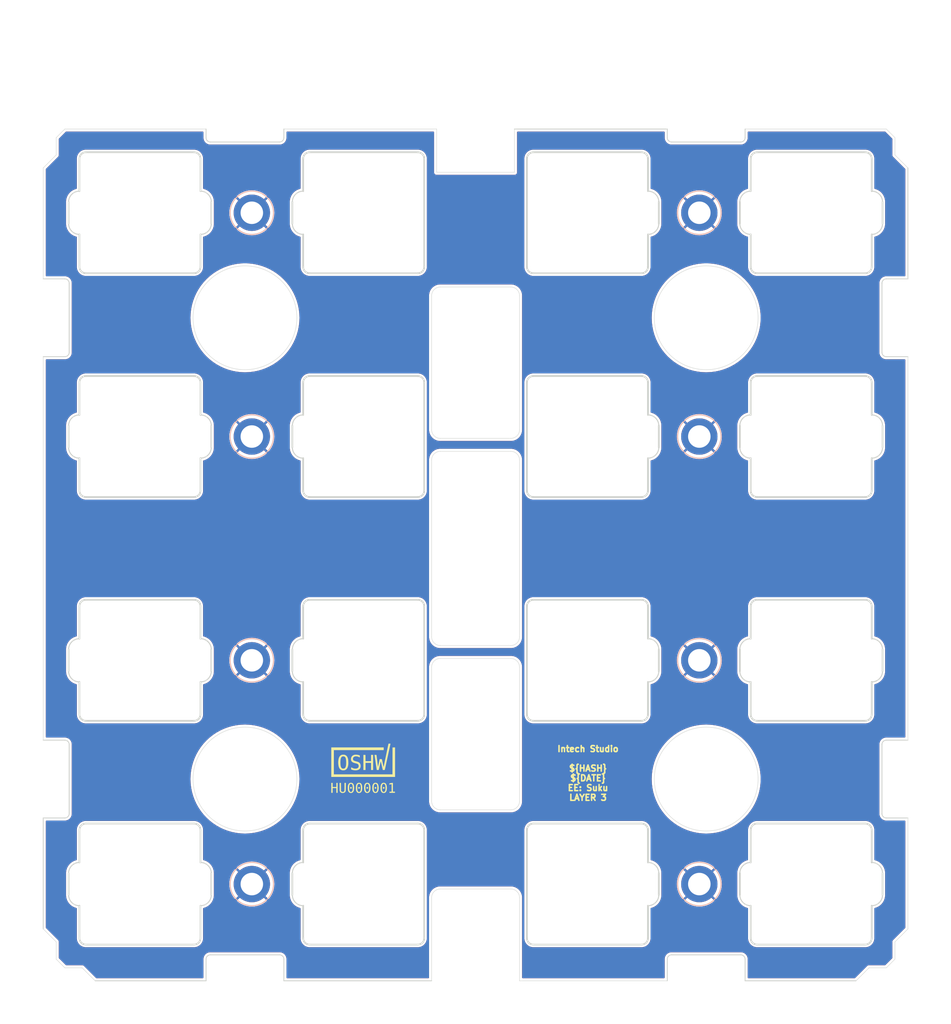
<source format=kicad_pcb>
(kicad_pcb (version 20240108) (generator "pcbnew") (generator_version "8.0")
  (layers (0 "F.Cu" signal) (31 "B.Cu" signal) (34 "B.Paste" user) (35 "F.Paste" user) (36 "B.SilkS" user "B.Silkscreen") (37 "F.SilkS" user "F.Silkscreen") (38 "B.Mask" user) (39 "F.Mask" user) (44 "Edge.Cuts" user))
  (net 0 "")
  (net 1 "GND")
  (footprint "suku_basics:OSHWA" (layer "F.Cu") (at 87 125.5)
    (property "Reference" "LOGO701" (hide yes))
    (property "Value" "LOGO" (hide yes))
  )
  (footprint "suku_basics:SMD_NUT_M1.6x2.5" (layer "B.Cu") (at 74.12375 112.938125 180)
    (property "Reference" "J1005" (hide yes))
    (property "Value" "SMTSO1625MTJ")
    (pad "1" thru_hole circle (at 0 0) (size 4.2 4.2) (drill 2.6) (layers "*.Cu" "*.Mask") (net 1 "GND"))
  )
  (footprint "suku_basics:SMD_NUT_M1.6x2.5" (layer "B.Cu") (at 74.12375 87.061875 180)
    (property "Reference" "J1003" (hide yes))
    (property "Value" "SMTSO1625MTJ")
    (pad "1" thru_hole circle (at 0 0) (size 4.2 4.2) (drill 2.6) (layers "*.Cu" "*.Mask") (net 1 "GND"))
  )
  (footprint "suku_basics:SMD_NUT_M1.6x2.5" (layer "B.Cu") (at 125.87625 61.185625 180)
    (property "Reference" "J1002" (hide yes))
    (property "Value" "SMTSO1625MTJ")
    (pad "1" thru_hole circle (at 0 0) (size 4.2 4.2) (drill 2.6) (layers "*.Cu" "*.Mask") (net 1 "GND"))
  )
  (footprint "suku_basics:SMD_NUT_M1.6x2.5" (layer "B.Cu") (at 125.87625 138.814375 180)
    (property "Reference" "J1012" (hide yes))
    (property "Value" "SMTSO1625MTJ")
    (pad "1" thru_hole circle (at 0 0) (size 4.2 4.2) (drill 2.6) (layers "*.Cu" "*.Mask") (net 1 "GND"))
  )
  (footprint "suku_basics:SMD_NUT_M1.6x2.5" (layer "B.Cu") (at 74.12375 138.814375 180)
    (property "Reference" "J1011" (hide yes))
    (property "Value" "SMTSO1625MTJ")
    (pad "1" thru_hole circle (at 0 0) (size 4.2 4.2) (drill 2.6) (layers "*.Cu" "*.Mask") (net 1 "GND"))
  )
  (footprint "suku_basics:SMD_NUT_M1.6x2.5" (layer "B.Cu") (at 125.87625 87.061875 180)
    (property "Reference" "J1004" (hide yes))
    (property "Value" "SMTSO1625MTJ")
    (pad "1" thru_hole circle (at 0 0) (size 4.2 4.2) (drill 2.6) (layers "*.Cu" "*.Mask") (net 1 "GND"))
  )
  (footprint "suku_basics:SMD_NUT_M1.6x2.5" (layer "B.Cu") (at 125.87625 112.938125 180)
    (property "Reference" "J1010" (hide yes))
    (property "Value" "SMTSO1625MTJ")
    (pad "1" thru_hole circle (at 0 0) (size 4.2 4.2) (drill 2.6) (layers "*.Cu" "*.Mask") (net 1 "GND"))
  )
  (footprint "suku_basics:SMD_NUT_M1.6x2.5" (layer "B.Cu") (at 74.12375 61.185625 180)
    (property "Reference" "J1001" (hide yes))
    (property "Value" "SMTSO1625MTJ")
    (pad "1" thru_hole circle (at 0 0) (size 4.2 4.2) (drill 2.6) (layers "*.Cu" "*.Mask") (net 1 "GND"))
  )
  (gr_line (start 145.814375 67.435625) (end 145.814375 63.685625) (stroke (width 0.2)) (layer "Edge.Cuts"))
  (gr_line (start 69.435625 111.688125) (end 69.435625 114.188125) (stroke (width 0.2)) (layer "Edge.Cuts"))
  (gr_arc (start 52.5 68.83) (mid 52.853553 68.976447) (end 53 69.33) (stroke (width 0.1)) (layer "Edge.Cuts"))
  (gr_arc (start 105.938125 106.688125) (mid 106.157788 106.157788) (end 106.688125 105.938125) (stroke (width 0.2)) (layer "Edge.Cuts"))
  (gr_line (start 119.188125 145.814375) (end 106.688125 145.814375) (stroke (width 0.2)) (layer "Edge.Cuts"))
  (gr_arc (start 80.061875 89.561875) (mid 79.178009 89.195741) (end 78.811875 88.311875) (stroke (width 0.12)) (layer "Edge.Cuts"))
  (gr_line (start 119.938125 93.311875) (end 119.938125 89.561875) (stroke (width 0.2)) (layer "Edge.Cuts"))
  (gr_line (start 130.564375 114.188125) (end 130.564375 111.688125) (stroke (width 0.2)) (layer "Edge.Cuts"))
  (gr_line (start 77.83 52.5) (end 77.83 51.5) (stroke (width 0.1)) (layer "Edge.Cuts"))
  (gr_arc (start 68.185625 67.435625) (mid 67.965948 67.965948) (end 67.435625 68.185625) (stroke (width 0.2)) (layer "Edge.Cuts"))
  (gr_arc (start 147.064375 88.311875) (mid 146.698266 89.195766) (end 145.814375 89.561875) (stroke (width 0.12)) (layer "Edge.Cuts"))
  (gr_arc (start 119.188125 131.814375) (mid 119.718454 132.034046) (end 119.938125 132.564375) (stroke (width 0.2)) (layer "Edge.Cuts"))
  (gr_line (start 131.17 51.5) (end 147.5 51.5) (stroke (width 0.05)) (layer "Edge.Cuts"))
  (gr_line (start 145.814375 110.438125) (end 145.814375 106.688125) (stroke (width 0.2)) (layer "Edge.Cuts"))
  (gr_line (start 130.564375 140.064375) (end 130.564375 137.564375) (stroke (width 0.2)) (layer "Edge.Cuts"))
  (gr_line (start 132.564375 105.938125) (end 145.064375 105.938125) (stroke (width 0.2)) (layer "Edge.Cuts"))
  (gr_line (start 131.814375 54.935625) (end 131.814375 58.685625) (stroke (width 0.2)) (layer "Edge.Cuts"))
  (gr_line (start 119.188125 94.061875) (end 106.688125 94.061875) (stroke (width 0.2)) (layer "Edge.Cuts"))
  (gr_arc (start 54.185625 54.935625) (mid 54.405288 54.405288) (end 54.935625 54.185625) (stroke (width 0.2)) (layer "Edge.Cuts"))
  (gr_arc (start 105.938125 132.564375) (mid 106.157805 132.03407) (end 106.688125 131.814375) (stroke (width 0.2)) (layer "Edge.Cuts"))
  (gr_line (start 69.435625 85.811875) (end 69.435625 88.311875) (stroke (width 0.2)) (layer "Edge.Cuts"))
  (gr_line (start 68.185625 84.561875) (end 68.185625 80.811875) (stroke (width 0.2)) (layer "Edge.Cuts"))
  (gr_arc (start 145.814375 110.438125) (mid 146.698258 110.804242) (end 147.064375 111.688125) (stroke (width 0.12)) (layer "Edge.Cuts"))
  (gr_arc (start 105.08 129.226) (mid 104.787107 129.933107) (end 104.08 130.226) (stroke (width 0.05)) (layer "Edge.Cuts"))
  (gr_arc (start 80.061875 141.314375) (mid 79.177992 140.948258) (end 78.811875 140.064375) (stroke (width 0.12)) (layer "Edge.Cuts"))
  (gr_line (start 68.185625 89.561875) (end 68.185625 93.311875) (stroke (width 0.2)) (layer "Edge.Cuts"))
  (gr_arc (start 80.061875 63.685625) (mid 79.177999 63.319501) (end 78.811875 62.435625) (stroke (width 0.12)) (layer "Edge.Cuts"))
  (gr_line (start 52.5 148.5) (end 51.5 147.5) (stroke (width 0.05)) (layer "Edge.Cuts"))
  (gr_line (start 130.564375 88.311875) (end 130.564375 85.811875) (stroke (width 0.2)) (layer "Edge.Cuts"))
  (gr_line (start 147 69.33) (end 147 77.33) (stroke (width 0.1)) (layer "Edge.Cuts"))
  (gr_line (start 131.814375 115.438125) (end 131.814375 119.188125) (stroke (width 0.2)) (layer "Edge.Cuts"))
  (gr_line (start 104.08 112.726) (end 95.92 112.726) (stroke (width 0.05)) (layer "Edge.Cuts"))
  (gr_line (start 121.188125 85.811875) (end 121.188125 88.311875) (stroke (width 0.2)) (layer "Edge.Cuts"))
  (gr_line (start 121.188125 137.564375) (end 121.188125 140.064375) (stroke (width 0.2)) (layer "Edge.Cuts"))
  (gr_line (start 94.92 140.386) (end 94.919999 149.999999) (stroke (width 0.05)) (layer "Edge.Cuts"))
  (gr_line (start 93.311875 145.814375) (end 80.811875 145.814375) (stroke (width 0.2)) (layer "Edge.Cuts"))
  (gr_arc (start 54.185625 141.314375) (mid 53.301742 140.948258) (end 52.935625 140.064375) (stroke (width 0.12)) (layer "Edge.Cuts"))
  (gr_arc (start 54.185625 80.811875) (mid 54.405312 80.281562) (end 54.935625 80.061875) (stroke (width 0.2)) (layer "Edge.Cuts"))
  (gr_arc (start 94.92 70.774) (mid 95.212893 70.066893) (end 95.92 69.774) (stroke (width 0.05)) (layer "Edge.Cuts"))
  (gr_line (start 94.061875 132.564375) (end 94.061875 145.064375) (stroke (width 0.2)) (layer "Edge.Cuts"))
  (gr_arc (start 145.814375 93.311875) (mid 145.594712 93.842212) (end 145.064375 94.061875) (stroke (width 0.2)) (layer "Edge.Cuts"))
  (gr_arc (start 95.92 111.226) (mid 95.212893 110.933107) (end 94.92 110.226) (stroke (width 0.05)) (layer "Edge.Cuts"))
  (gr_arc (start 52.935625 137.564375) (mid 53.301742 136.680492) (end 54.185625 136.314375) (stroke (width 0.12)) (layer "Edge.Cuts"))
  (gr_arc (start 119.938125 110.438125) (mid 120.822008 110.804242) (end 121.188125 111.688125) (stroke (width 0.12)) (layer "Edge.Cuts"))
  (gr_line (start 119.938125 141.314375) (end 119.938125 145.064375) (stroke (width 0.2)) (layer "Edge.Cuts"))
  (gr_arc (start 119.938125 145.064375) (mid 119.718465 145.59473) (end 119.188125 145.814375) (stroke (width 0.2)) (layer "Edge.Cuts"))
  (gr_line (start 50 77.83) (end 50 122.17) (stroke (width 0.05)) (layer "Edge.Cuts"))
  (gr_line (start 80.061875 89.561875) (end 80.061875 93.311875) (stroke (width 0.2)) (layer "Edge.Cuts"))
  (gr_line (start 132.564375 80.061875) (end 145.064375 80.061875) (stroke (width 0.2)) (layer "Edge.Cuts"))
  (gr_line (start 106.688125 54.185625) (end 119.188125 54.185625) (stroke (width 0.2)) (layer "Edge.Cuts"))
  (gr_arc (start 131.814375 132.564375) (mid 132.034045 132.034045) (end 132.564375 131.814375) (stroke (width 0.2)) (layer "Edge.Cuts"))
  (gr_line (start 53 69.33) (end 53 77.33) (stroke (width 0.1)) (layer "Edge.Cuts"))
  (gr_arc (start 78.811875 59.935625) (mid 79.177974 59.051724) (end 80.061875 58.685625) (stroke (width 0.12)) (layer "Edge.Cuts"))
  (gr_arc (start 104.08 88.774) (mid 104.787107 89.066893) (end 105.08 89.774) (stroke (width 0.05)) (layer "Edge.Cuts"))
  (gr_arc (start 69.435625 140.064375) (mid 69.069508 140.948258) (end 68.185625 141.314375) (stroke (width 0.12)) (layer "Edge.Cuts"))
  (gr_line (start 68.83 150) (end 56 150) (stroke (width 0.1)) (layer "Edge.Cuts"))
  (gr_line (start 145.814375 80.811875) (end 145.814375 84.561875) (stroke (width 0.2)) (layer "Edge.Cuts"))
  (gr_arc (start 78.811875 111.688125) (mid 79.177992 110.804242) (end 80.061875 110.438125) (stroke (width 0.12)) (layer "Edge.Cuts"))
  (gr_line (start 50 56) (end 51.5 54.5) (stroke (width 0.05)) (layer "Edge.Cuts"))
  (gr_line (start 131.814375 141.314375) (end 131.814375 145.064375) (stroke (width 0.2)) (layer "Edge.Cuts"))
  (gr_arc (start 80.061875 80.811875) (mid 80.281552 80.281552) (end 80.811875 80.061875) (stroke (width 0.2)) (layer "Edge.Cuts"))
  (gr_arc (start 94.061875 67.435625) (mid 93.842208 67.965958) (end 93.311875 68.185625) (stroke (width 0.2)) (layer "Edge.Cuts"))
  (gr_line (start 54.5 148.5) (end 52.5 148.5) (stroke (width 0.05)) (layer "Edge.Cuts"))
  (gr_arc (start 119.938125 84.561875) (mid 120.822001 84.927999) (end 121.188125 85.811875) (stroke (width 0.12)) (layer "Edge.Cuts"))
  (gr_arc (start 145.814375 58.685625) (mid 146.698266 59.051734) (end 147.064375 59.935625) (stroke (width 0.12)) (layer "Edge.Cuts"))
  (gr_line (start 78.811875 88.311875) (end 78.811875 85.811875) (stroke (width 0.2)) (layer "Edge.Cuts"))
  (gr_arc (start 80.061875 132.564375) (mid 80.281545 132.034045) (end 80.811875 131.814375) (stroke (width 0.2)) (layer "Edge.Cuts"))
  (gr_line (start 130.67 147) (end 122.67 147) (stroke (width 0.1)) (layer "Edge.Cuts"))
  (gr_line (start 68.185625 63.685625) (end 68.185625 67.435625) (stroke (width 0.2)) (layer "Edge.Cuts"))
  (gr_line (start 93.311875 94.061875) (end 80.811875 94.061875) (stroke (width 0.2)) (layer "Edge.Cuts"))
  (gr_arc (start 94.061875 119.188125) (mid 93.842205 119.718455) (end 93.311875 119.938125) (stroke (width 0.2)) (layer "Edge.Cuts"))
  (gr_arc (start 131.814375 63.685625) (mid 130.930499 63.319501) (end 130.564375 62.435625) (stroke (width 0.12)) (layer "Edge.Cuts"))
  (gr_arc (start 119.188125 80.061875) (mid 119.718448 80.281552) (end 119.938125 80.811875) (stroke (width 0.2)) (layer "Edge.Cuts"))
  (gr_line (start 122.67 53) (end 130.67 53) (stroke (width 0.1)) (layer "Edge.Cuts"))
  (gr_line (start 95.92 130.226) (end 104.08 130.226) (stroke (width 0.05)) (layer "Edge.Cuts"))
  (gr_arc (start 80.811875 68.185625) (mid 80.281552 67.965948) (end 80.061875 67.435625) (stroke (width 0.2)) (layer "Edge.Cuts"))
  (gr_line (start 94.061875 54.935625) (end 94.061875 67.435625) (stroke (width 0.2)) (layer "Edge.Cuts"))
  (gr_arc (start 132.564375 94.061875) (mid 132.034062 93.842188) (end 131.814375 93.311875) (stroke (width 0.2)) (layer "Edge.Cuts"))
  (gr_line (start 51.5 52.5) (end 52.5 51.5) (stroke (width 0.05)) (layer "Edge.Cuts"))
  (gr_arc (start 122.67 53) (mid 122.316447 52.853553) (end 122.17 52.5) (stroke (width 0.1)) (layer "Edge.Cuts"))
  (gr_arc (start 54.185625 63.685625) (mid 53.301724 63.319526) (end 52.935625 62.435625) (stroke (width 0.12)) (layer "Edge.Cuts"))
  (gr_line (start 131.814375 136.314375) (end 131.814375 132.564375) (stroke (width 0.2)) (layer "Edge.Cuts"))
  (gr_line (start 56 150) (end 54.5 148.5) (stroke (width 0.05)) (layer "Edge.Cuts"))
  (gr_arc (start 53 130.67) (mid 52.853553 131.023553) (end 52.5 131.17) (stroke (width 0.1)) (layer "Edge.Cuts"))
  (gr_line (start 145.814375 115.438125) (end 145.814375 119.188125) (stroke (width 0.2)) (layer "Edge.Cuts"))
  (gr_line (start 130.564375 62.435625) (end 130.564375 59.935625) (stroke (width 0.2)) (layer "Edge.Cuts"))
  (gr_line (start 94.061875 93.311875) (end 94.061875 80.811875) (stroke (width 0.2)) (layer "Edge.Cuts"))
  (gr_arc (start 93.311875 54.185625) (mid 93.842212 54.405288) (end 94.061875 54.935625) (stroke (width 0.2)) (layer "Edge.Cuts"))
  (gr_line (start 67.435625 68.185625) (end 54.935625 68.185625) (stroke (width 0.2)) (layer "Edge.Cuts"))
  (gr_arc (start 131.814375 80.811875) (mid 132.034052 80.281552) (end 132.564375 80.061875) (stroke (width 0.2)) (layer "Edge.Cuts"))
  (gr_arc (start 119.188125 105.938125) (mid 119.718454 106.157796) (end 119.938125 106.688125) (stroke (width 0.2)) (layer "Edge.Cuts"))
  (gr_line (start 54.185625 89.561875) (end 54.185625 93.311875) (stroke (width 0.2)) (layer "Edge.Cuts"))
  (gr_arc (start 145.064375 131.814375) (mid 145.594705 132.034045) (end 145.814375 132.564375) (stroke (width 0.2)) (layer "Edge.Cuts"))
  (gr_arc (start 52.5 122.17) (mid 52.853553 122.316447) (end 53 122.67) (stroke (width 0.1)) (layer "Edge.Cuts"))
  (gr_arc (start 94.061875 145.064375) (mid 93.842205 145.594705) (end 93.311875 145.814375) (stroke (width 0.2)) (layer "Edge.Cuts"))
  (gr_line (start 131.814375 80.811875) (end 131.814375 84.561875) (stroke (width 0.2)) (layer "Edge.Cuts"))
  (gr_line (start 119.938125 110.438125) (end 119.938125 106.688125) (stroke (width 0.2)) (layer "Edge.Cuts"))
  (gr_arc (start 80.811875 94.061875) (mid 80.281562 93.842188) (end 80.061875 93.311875) (stroke (width 0.2)) (layer "Edge.Cuts"))
  (gr_line (start 67.435625 94.061875) (end 54.935625 94.061875) (stroke (width 0.2)) (layer "Edge.Cuts"))
  (gr_arc (start 77.83 52.5) (mid 77.683553 52.853553) (end 77.33 53) (stroke (width 0.1)) (layer "Edge.Cuts"))
  (gr_line (start 54.185625 84.561875) (end 54.185625 80.811875) (stroke (width 0.2)) (layer "Edge.Cuts"))
  (gr_line (start 52.935625 140.064375) (end 52.935625 137.564375) (stroke (width 0.2)) (layer "Edge.Cuts"))
  (gr_arc (start 121.188125 114.188125) (mid 120.822008 115.072008) (end 119.938125 115.438125) (stroke (width 0.12)) (layer "Edge.Cuts"))
  (gr_line (start 121.188125 111.688125) (end 121.188125 114.188125) (stroke (width 0.2)) (layer "Edge.Cuts"))
  (gr_arc (start 106.688125 145.814375) (mid 106.157788 145.594712) (end 105.938125 145.064375) (stroke (width 0.2)) (layer "Edge.Cuts"))
  (gr_line (start 105.08 129.226) (end 105.08 113.726) (stroke (width 0.05)) (layer "Edge.Cuts"))
  (gr_arc (start 147.064375 114.188125) (mid 146.698258 115.072008) (end 145.814375 115.438125) (stroke (width 0.12)) (layer "Edge.Cuts"))
  (gr_line (start 147 130.67) (end 147 122.67) (stroke (width 0.1)) (layer "Edge.Cuts"))
  (gr_arc (start 131.17 52.5) (mid 131.023553 52.853553) (end 130.67 53) (stroke (width 0.1)) (layer "Edge.Cuts"))
  (gr_line (start 145.064375 145.814375) (end 132.564375 145.814375) (stroke (width 0.2)) (layer "Edge.Cuts"))
  (gr_arc (start 121.188125 62.435625) (mid 120.822001 63.319501) (end 119.938125 63.685625) (stroke (width 0.12)) (layer "Edge.Cuts"))
  (gr_line (start 145.814375 141.314375) (end 145.814375 145.064375) (stroke (width 0.2)) (layer "Edge.Cuts"))
  (gr_arc (start 68.185625 110.438125) (mid 69.069508 110.804242) (end 69.435625 111.688125) (stroke (width 0.12)) (layer "Edge.Cuts"))
  (gr_arc (start 93.311875 80.061875) (mid 93.842202 80.281548) (end 94.061875 80.811875) (stroke (width 0.2)) (layer "Edge.Cuts"))
  (gr_line (start 51.5 54.5) (end 51.5 52.5) (stroke (width 0.05)) (layer "Edge.Cuts"))
  (gr_arc (start 131.814375 106.688125) (mid 132.034045 106.157795) (end 132.564375 105.938125) (stroke (width 0.2)) (layer "Edge.Cuts"))
  (gr_line (start 147.5 77.83) (end 150 77.83) (stroke (width 0.1)) (layer "Edge.Cuts"))
  (gr_line (start 54.935625 131.814375) (end 67.435625 131.814375) (stroke (width 0.2)) (layer "Edge.Cuts"))
  (gr_arc (start 54.935625 145.814375) (mid 54.405295 145.594705) (end 54.185625 145.064375) (stroke (width 0.2)) (layer "Edge.Cuts"))
  (gr_arc (start 80.811875 119.938125) (mid 80.281545 119.718455) (end 80.061875 119.188125) (stroke (width 0.2)) (layer "Edge.Cuts"))
  (gr_arc (start 119.188125 54.185625) (mid 119.718438 54.405312) (end 119.938125 54.935625) (stroke (width 0.2)) (layer "Edge.Cuts"))
  (gr_circle (center 73.33 73.33) (end 79.33 73.33) (stroke (width 0.05)) (fill none) (layer "Edge.Cuts"))
  (gr_arc (start 131.814375 54.935625) (mid 132.034028 54.405278) (end 132.564375 54.185625) (stroke (width 0.2)) (layer "Edge.Cuts"))
  (gr_line (start 105.938125 67.435625) (end 105.938125 54.935625) (stroke (width 0.2)) (layer "Edge.Cuts"))
  (gr_line (start 77.33 147) (end 69.33 147) (stroke (width 0.1)) (layer "Edge.Cuts"))
  (gr_line (start 122.17 150) (end 105.08 149.999999) (stroke (width 0.05)) (layer "Edge.Cuts"))
  (gr_line (start 67.435625 119.938125) (end 54.935625 119.938125) (stroke (width 0.2)) (layer "Edge.Cuts"))
  (gr_line (start 78.811875 140.064375) (end 78.811875 137.564375) (stroke (width 0.2)) (layer "Edge.Cuts"))
  (gr_line (start 80.061875 145.064375) (end 80.061875 141.314375) (stroke (width 0.2)) (layer "Edge.Cuts"))
  (gr_line (start 147.064375 85.811875) (end 147.064375 88.311875) (stroke (width 0.2)) (layer "Edge.Cuts"))
  (gr_line (start 77.83 51.5) (end 95.5 51.500001) (stroke (width 0.05)) (layer "Edge.Cuts"))
  (gr_arc (start 67.435625 105.938125) (mid 67.965955 106.157795) (end 68.185625 106.688125) (stroke (width 0.2)) (layer "Edge.Cuts"))
  (gr_line (start 68.185625 145.064375) (end 68.185625 141.314375) (stroke (width 0.2)) (layer "Edge.Cuts"))
  (gr_line (start 132.564375 54.185625) (end 145.064375 54.185625) (stroke (width 0.2)) (layer "Edge.Cuts"))
  (gr_arc (start 130.564375 85.811875) (mid 130.930499 84.927999) (end 131.814375 84.561875) (stroke (width 0.12)) (layer "Edge.Cuts"))
  (gr_arc (start 104.08 112.726) (mid 104.787107 113.018893) (end 105.08 113.726) (stroke (width 0.05)) (layer "Edge.Cuts"))
  (gr_arc (start 105.08 110.226) (mid 104.787107 110.933107) (end 104.08 111.226) (stroke (width 0.05)) (layer "Edge.Cuts"))
  (gr_arc (start 67.435625 131.814375) (mid 67.965955 132.034045) (end 68.185625 132.564375) (stroke (width 0.2)) (layer "Edge.Cuts"))
  (gr_arc (start 130.564375 59.935625) (mid 130.930474 59.051724) (end 131.814375 58.685625) (stroke (width 0.12)) (layer "Edge.Cuts"))
  (gr_arc (start 132.564375 145.814375) (mid 132.034045 145.594705) (end 131.814375 145.064375) (stroke (width 0.2)) (layer "Edge.Cuts"))
  (gr_line (start 119.938125 115.438125) (end 119.938125 119.188125) (stroke (width 0.2)) (layer "Edge.Cuts"))
  (gr_line (start 80.811875 105.938125) (end 93.311875 105.938125) (stroke (width 0.2)) (layer "Edge.Cuts"))
  (gr_line (start 54.935625 54.185625) (end 67.435625 54.185625) (stroke (width 0.2)) (layer "Edge.Cuts"))
  (gr_arc (start 104.08 69.774) (mid 104.787107 70.066893) (end 105.08 70.774) (stroke (width 0.05)) (layer "Edge.Cuts"))
  (gr_line (start 94.92 110.226) (end 94.92 89.774) (stroke (width 0.05)) (layer "Edge.Cuts"))
  (gr_line (start 145.814375 54.935625) (end 145.814375 58.685625) (stroke (width 0.2)) (layer "Edge.Cuts"))
  (gr_line (start 150 122.17) (end 150 77.83) (stroke (width 0.05)) (layer "Edge.Cuts"))
  (gr_line (start 145.064375 94.061875) (end 132.564375 94.061875) (stroke (width 0.2)) (layer "Edge.Cuts"))
  (gr_arc (start 94.92 140.386) (mid 95.212893 139.678893) (end 95.92 139.386) (stroke (width 0.05)) (layer "Edge.Cuts"))
  (gr_line (start 119.188125 68.185625) (end 106.688125 68.185625) (stroke (width 0.2)) (layer "Edge.Cuts"))
  (gr_arc (start 105.08 86.274) (mid 104.787107 86.981107) (end 104.08 87.274) (stroke (width 0.05)) (layer "Edge.Cuts"))
  (gr_arc (start 145.814375 67.435625) (mid 145.594688 67.965938) (end 145.064375 68.185625) (stroke (width 0.2)) (layer "Edge.Cuts"))
  (gr_circle (center 126.67 126.67) (end 120.67 126.67) (stroke (width 0.05)) (fill none) (layer "Edge.Cuts"))
  (gr_line (start 54.185625 58.685625) (end 54.185625 54.935625) (stroke (width 0.2)) (layer "Edge.Cuts"))
  (gr_arc (start 67.435625 54.185625) (mid 67.965938 54.405312) (end 68.185625 54.935625) (stroke (width 0.2)) (layer "Edge.Cuts"))
  (gr_line (start 94.92 70.774) (end 94.92 86.274) (stroke (width 0.05)) (layer "Edge.Cuts"))
  (gr_line (start 132.564375 131.814375) (end 145.064375 131.814375) (stroke (width 0.2)) (layer "Edge.Cuts"))
  (gr_line (start 69.435625 137.564375) (end 69.435625 140.064375) (stroke (width 0.2)) (layer "Edge.Cuts"))
  (gr_line (start 147.064375 137.564375) (end 147.064375 140.064375) (stroke (width 0.2)) (layer "Edge.Cuts"))
  (gr_arc (start 145.064375 54.185625) (mid 145.594712 54.405288) (end 145.814375 54.935625) (stroke (width 0.2)) (layer "Edge.Cuts"))
  (gr_arc (start 130.564375 137.564375) (mid 130.930492 136.680492) (end 131.814375 136.314375) (stroke (width 0.12)) (layer "Edge.Cuts"))
  (gr_line (start 104.08 69.774) (end 95.92 69.774) (stroke (width 0.05)) (layer "Edge.Cuts"))
  (gr_arc (start 147.5 131.17) (mid 147.146447 131.023553) (end 147 130.67) (stroke (width 0.1)) (layer "Edge.Cuts"))
  (gr_arc (start 121.188125 88.311875) (mid 120.822026 89.195776) (end 119.938125 89.561875) (stroke (width 0.12)) (layer "Edge.Cuts"))
  (gr_line (start 80.061875 106.688125) (end 80.061875 110.438125) (stroke (width 0.2)) (layer "Edge.Cuts"))
  (gr_line (start 105.08 110.226) (end 105.08 89.774) (stroke (width 0.05)) (layer "Edge.Cuts"))
  (gr_line (start 106.688125 80.061875) (end 119.188125 80.061875) (stroke (width 0.2)) (layer "Edge.Cuts"))
  (gr_line (start 68.185625 106.688125) (end 68.185625 110.438125) (stroke (width 0.2)) (layer "Edge.Cuts"))
  (gr_arc (start 52.935625 85.811875) (mid 53.301759 84.928009) (end 54.185625 84.561875) (stroke (width 0.12)) (layer "Edge.Cuts"))
  (gr_line (start 131.17 52.5) (end 131.17 51.5) (stroke (width 0.1)) (layer "Edge.Cuts"))
  (gr_arc (start 145.064375 105.938125) (mid 145.594705 106.157795) (end 145.814375 106.688125) (stroke (width 0.2)) (layer "Edge.Cuts"))
  (gr_arc (start 147.064375 140.064375) (mid 146.698258 140.948258) (end 145.814375 141.314375) (stroke (width 0.12)) (layer "Edge.Cuts"))
  (gr_arc (start 147 69.33) (mid 147.146447 68.976447) (end 147.5 68.83) (stroke (width 0.1)) (layer "Edge.Cuts"))
  (gr_line (start 145.5 148.5) (end 144 150) (stroke (width 0.05)) (layer "Edge.Cuts"))
  (gr_arc (start 94.92 113.726) (mid 95.212893 113.018893) (end 95.92 112.726) (stroke (width 0.05)) (layer "Edge.Cuts"))
  (gr_arc (start 119.938125 119.188125) (mid 119.718448 119.718448) (end 119.188125 119.938125) (stroke (width 0.2)) (layer "Edge.Cuts"))
  (gr_arc (start 68.185625 145.064375) (mid 67.965955 145.594705) (end 67.435625 145.814375) (stroke (width 0.2)) (layer "Edge.Cuts"))
  (gr_arc (start 69.435625 62.435625) (mid 69.069501 63.319501) (end 68.185625 63.685625) (stroke (width 0.12)) (layer "Edge.Cuts"))
  (gr_line (start 52.5 51.5) (end 68.83 51.5) (stroke (width 0.05)) (layer "Edge.Cuts"))
  (gr_line (start 69.435625 59.935625) (end 69.435625 62.435625) (stroke (width 0.2)) (layer "Edge.Cuts"))
  (gr_line (start 105.938125 106.688125) (end 105.938125 119.188125) (stroke (width 0.2)) (layer "Edge.Cuts"))
  (gr_line (start 148.5 145.5) (end 148.5 147.5) (stroke (width 0.05)) (layer "Edge.Cuts"))
  (gr_line (start 68.83 147.5) (end 68.83 150) (stroke (width 0.1)) (layer "Edge.Cuts"))
  (gr_line (start 131.814375 110.438125) (end 131.814375 106.688125) (stroke (width 0.2)) (layer "Edge.Cuts"))
  (gr_line (start 148.5 52.5) (end 148.5 54.5) (stroke (width 0.05)) (layer "Edge.Cuts"))
  (gr_line (start 148.5 147.5) (end 147.5 148.5) (stroke (width 0.05)) (layer "Edge.Cuts"))
  (gr_line (start 50 131.17) (end 52.5 131.17) (stroke (width 0.1)) (layer "Edge.Cuts"))
  (gr_arc (start 106.688125 119.938125) (mid 106.15777 119.718465) (end 105.938125 119.188125) (stroke (width 0.2)) (layer "Edge.Cuts"))
  (gr_arc (start 80.061875 115.438125) (mid 79.177992 115.072008) (end 78.811875 114.188125) (stroke (width 0.12)) (layer "Edge.Cuts"))
  (gr_arc (start 94.061875 93.311875) (mid 93.842212 93.842212) (end 93.311875 94.061875) (stroke (width 0.2)) (layer "Edge.Cuts"))
  (gr_line (start 104.080001 139.386) (end 95.92 139.386) (stroke (width 0.05)) (layer "Edge.Cuts"))
  (gr_line (start 80.061875 132.564375) (end 80.061875 136.314375) (stroke (width 0.2)) (layer "Edge.Cuts"))
  (gr_line (start 68.185625 58.685625) (end 68.185625 54.935625) (stroke (width 0.2)) (layer "Edge.Cuts"))
  (gr_line (start 78.811875 114.188125) (end 78.811875 111.688125) (stroke (width 0.2)) (layer "Edge.Cuts"))
  (gr_arc (start 95.92 130.226) (mid 95.212893 129.933107) (end 94.92 129.226) (stroke (width 0.05)) (layer "Edge.Cuts"))
  (gr_arc (start 131.814375 89.561875) (mid 130.930509 89.195741) (end 130.564375 88.311875) (stroke (width 0.12)) (layer "Edge.Cuts"))
  (gr_line (start 147.5 148.5) (end 145.5 148.5) (stroke (width 0.05)) (layer "Edge.Cuts"))
  (gr_line (start 95.92 111.226) (end 104.08 111.226) (stroke (width 0.05)) (layer "Edge.Cuts"))
  (gr_arc (start 93.311875 131.814375) (mid 93.842205 132.034045) (end 94.061875 132.564375) (stroke (width 0.2)) (layer "Edge.Cuts"))
  (gr_arc (start 54.185625 115.438125) (mid 53.301742 115.072008) (end 52.935625 114.188125) (stroke (width 0.12)) (layer "Edge.Cuts"))
  (gr_arc (start 145.064375 80.061875) (mid 145.594722 80.281528) (end 145.814375 80.811875) (stroke (width 0.2)) (layer "Edge.Cuts"))
  (gr_arc (start 78.811875 137.564375) (mid 79.177992 136.680492) (end 80.061875 136.314375) (stroke (width 0.12)) (layer "Edge.Cuts"))
  (gr_arc (start 105.938125 80.811875) (mid 106.157812 80.281562) (end 106.688125 80.061875) (stroke (width 0.2)) (layer "Edge.Cuts"))
  (gr_line (start 69.33 53) (end 77.33 53) (stroke (width 0.1)) (layer "Edge.Cuts"))
  (gr_arc (start 69.435625 88.311875) (mid 69.069526 89.195776) (end 68.185625 89.561875) (stroke (width 0.12)) (layer "Edge.Cuts"))
  (gr_arc (start 119.938125 67.435625) (mid 119.718448 67.965948) (end 119.188125 68.185625) (stroke (width 0.2)) (layer "Edge.Cuts"))
  (gr_line (start 80.061875 119.188125) (end 80.061875 115.438125) (stroke (width 0.2)) (layer "Edge.Cuts"))
  (gr_line (start 93.311875 119.938125) (end 80.811875 119.938125) (stroke (width 0.2)) (layer "Edge.Cuts"))
  (gr_line (start 131.17 150) (end 131.17 147.5) (stroke (width 0.1)) (layer "Edge.Cuts"))
  (gr_arc (start 131.814375 141.314375) (mid 130.930492 140.948258) (end 130.564375 140.064375) (stroke (width 0.12)) (layer "Edge.Cuts"))
  (gr_line (start 119.938125 80.811875) (end 119.938125 84.561875) (stroke (width 0.2)) (layer "Edge.Cuts"))
  (gr_line (start 80.811875 131.814375) (end 93.311875 131.814375) (stroke (width 0.2)) (layer "Edge.Cuts"))
  (gr_line (start 78.811875 62.435625) (end 78.811875 59.935625) (stroke (width 0.2)) (layer "Edge.Cuts"))
  (gr_arc (start 147.5 77.83) (mid 147.146447 77.683553) (end 147 77.33) (stroke (width 0.1)) (layer "Edge.Cuts"))
  (gr_line (start 145.064375 68.185625) (end 132.564375 68.185625) (stroke (width 0.2)) (layer "Edge.Cuts"))
  (gr_line (start 54.935625 80.061875) (end 67.435625 80.061875) (stroke (width 0.2)) (layer "Edge.Cuts"))
  (gr_arc (start 119.938125 58.685625) (mid 120.821991 59.051759) (end 121.188125 59.935625) (stroke (width 0.12)) (layer "Edge.Cuts"))
  (gr_arc (start 69.435625 114.188125) (mid 69.069508 115.072008) (end 68.185625 115.438125) (stroke (width 0.12)) (layer "Edge.Cuts"))
  (gr_arc (start 77.33 147) (mid 77.683553 147.146447) (end 77.83 147.5) (stroke (width 0.1)) (layer "Edge.Cuts"))
  (gr_line (start 51.5 147.5) (end 51.5 145.5) (stroke (width 0.05)) (layer "Edge.Cuts"))
  (gr_arc (start 80.061875 106.688125) (mid 80.281545 106.157795) (end 80.811875 105.938125) (stroke (width 0.2)) (layer "Edge.Cuts"))
  (gr_line (start 52.5 122.17) (end 50 122.17) (stroke (width 0.1)) (layer "Edge.Cuts"))
  (gr_line (start 80.811875 80.061875) (end 93.311875 80.061875) (stroke (width 0.2)) (layer "Edge.Cuts"))
  (gr_line (start 147.5 131.17) (end 150 131.17) (stroke (width 0.1)) (layer "Edge.Cuts"))
  (gr_line (start 145.814375 93.311875) (end 145.814375 89.561875) (stroke (width 0.2)) (layer "Edge.Cuts"))
  (gr_line (start 144 150) (end 131.17 150) (stroke (width 0.1)) (layer "Edge.Cuts"))
  (gr_line (start 104.5 56.5) (end 104.5 51.500001) (stroke (width 0.05)) (layer "Edge.Cuts"))
  (gr_line (start 52.935625 62.435625) (end 52.935625 59.935625) (stroke (width 0.2)) (layer "Edge.Cuts"))
  (gr_arc (start 52.935625 59.935625) (mid 53.301734 59.051734) (end 54.185625 58.685625) (stroke (width 0.12)) (layer "Edge.Cuts"))
  (gr_line (start 119.938125 54.935625) (end 119.938125 58.685625) (stroke (width 0.2)) (layer "Edge.Cuts"))
  (gr_line (start 150 122.17) (end 147.5 122.17) (stroke (width 0.1)) (layer "Edge.Cuts"))
  (gr_arc (start 121.188125 140.064375) (mid 120.822007 140.948257) (end 119.938125 141.314375) (stroke (width 0.12)) (layer "Edge.Cuts"))
  (gr_arc (start 68.185625 58.685625) (mid 69.069491 59.051759) (end 69.435625 59.935625) (stroke (width 0.12)) (layer "Edge.Cuts"))
  (gr_arc (start 132.564375 68.185625) (mid 132.034052 67.965948) (end 131.814375 67.435625) (stroke (width 0.2)) (layer "Edge.Cuts"))
  (gr_line (start 77.83 150) (end 77.83 147.5) (stroke (width 0.1)) (layer "Edge.Cuts"))
  (gr_arc (start 68.185625 119.188125) (mid 67.965955 119.718455) (end 67.435625 119.938125) (stroke (width 0.2)) (layer "Edge.Cuts"))
  (gr_arc (start 54.185625 132.564375) (mid 54.405295 132.034045) (end 54.935625 131.814375) (stroke (width 0.2)) (layer "Edge.Cuts"))
  (gr_arc (start 106.688125 68.185625) (mid 106.157778 67.965972) (end 105.938125 67.435625) (stroke (width 0.2)) (layer "Edge.Cuts"))
  (gr_line (start 52.935625 114.188125) (end 52.935625 111.688125) (stroke (width 0.2)) (layer "Edge.Cuts"))
  (gr_line (start 54.185625 119.188125) (end 54.185625 115.438125) (stroke (width 0.2)) (layer "Edge.Cuts"))
  (gr_arc (start 106.688125 94.061875) (mid 106.157788 93.842212) (end 105.938125 93.311875) (stroke (width 0.2)) (layer "Edge.Cuts"))
  (gr_arc (start 54.185625 89.561875) (mid 53.301734 89.195766) (end 52.935625 88.311875) (stroke (width 0.12)) (layer "Edge.Cuts"))
  (gr_line (start 105.08 86.274) (end 105.08 70.774) (stroke (width 0.05)) (layer "Edge.Cuts"))
  (gr_line (start 150 68.83) (end 147.5 68.83) (stroke (width 0.1)) (layer "Edge.Cuts"))
  (gr_line (start 106.688125 131.814375) (end 119.188125 131.814375) (stroke (width 0.2)) (layer "Edge.Cuts"))
  (gr_line (start 68.185625 132.564375) (end 68.185625 136.314375) (stroke (width 0.2)) (layer "Edge.Cuts"))
  (gr_line (start 148.5 54.5) (end 150 56) (stroke (width 0.05)) (layer "Edge.Cuts"))
  (gr_line (start 105.938125 145.064375) (end 105.938125 132.564375) (stroke (width 0.2)) (layer "Edge.Cuts"))
  (gr_arc (start 145.814375 84.561875) (mid 146.698276 84.927974) (end 147.064375 85.811875) (stroke (width 0.12)) (layer "Edge.Cuts"))
  (gr_line (start 52.935625 88.311875) (end 52.935625 85.811875) (stroke (width 0.2)) (layer "Edge.Cuts"))
  (gr_line (start 131.814375 67.435625) (end 131.814375 63.685625) (stroke (width 0.2)) (layer "Edge.Cuts"))
  (gr_line (start 54.185625 132.564375) (end 54.185625 136.314375) (stroke (width 0.2)) (layer "Edge.Cuts"))
  (gr_arc (start 68.185625 84.561875) (mid 69.069501 84.927999) (end 69.435625 85.811875) (stroke (width 0.12)) (layer "Edge.Cuts"))
  (gr_arc (start 119.938125 93.311875) (mid 119.718472 93.842222) (end 119.188125 94.061875) (stroke (width 0.2)) (layer "Edge.Cuts"))
  (gr_arc (start 93.311875 105.938125) (mid 93.842205 106.157795) (end 94.061875 106.688125) (stroke (width 0.2)) (layer "Edge.Cuts"))
  (gr_line (start 80.061875 84.561875) (end 80.061875 80.811875) (stroke (width 0.2)) (layer "Edge.Cuts"))
  (gr_line (start 50 68.83) (end 50 56) (stroke (width 0.05)) (layer "Edge.Cuts"))
  (gr_line (start 119.938125 136.314375) (end 119.938125 132.564375) (stroke (width 0.2)) (layer "Edge.Cuts"))
  (gr_line (start 95.5 56.5) (end 104.5 56.5) (stroke (width 0.05)) (layer "Edge.Cuts"))
  (gr_arc (start 80.061875 54.935625) (mid 80.281548 54.405298) (end 80.811875 54.185625) (stroke (width 0.2)) (layer "Edge.Cuts"))
  (gr_line (start 147.064375 111.688125) (end 147.064375 114.188125) (stroke (width 0.2)) (layer "Edge.Cuts"))
  (gr_line (start 68.185625 119.188125) (end 68.185625 115.438125) (stroke (width 0.2)) (layer "Edge.Cuts"))
  (gr_line (start 122.17 51.5) (end 122.17 52.5) (stroke (width 0.1)) (layer "Edge.Cuts"))
  (gr_circle (center 73.33 126.67) (end 79.33 126.67) (stroke (width 0.05)) (fill none) (layer "Edge.Cuts"))
  (gr_arc (start 131.814375 115.438125) (mid 130.930492 115.072008) (end 130.564375 114.188125) (stroke (width 0.12)) (layer "Edge.Cuts"))
  (gr_arc (start 147 122.67) (mid 147.146447 122.316447) (end 147.5 122.17) (stroke (width 0.1)) (layer "Edge.Cuts"))
  (gr_line (start 105.938125 80.811875) (end 105.938125 93.311875) (stroke (width 0.2)) (layer "Edge.Cuts"))
  (gr_line (start 95.92 87.274) (end 104.08 87.274) (stroke (width 0.05)) (layer "Edge.Cuts"))
  (gr_arc (start 122.17 147.5) (mid 122.316447 147.146447) (end 122.67 147) (stroke (width 0.1)) (layer "Edge.Cuts"))
  (gr_arc (start 95.92 87.274) (mid 95.212893 86.981107) (end 94.92 86.274) (stroke (width 0.05)) (layer "Edge.Cuts"))
  (gr_arc (start 94.92 89.774) (mid 95.212893 89.066893) (end 95.92 88.774) (stroke (width 0.05)) (layer "Edge.Cuts"))
  (gr_line (start 95.5 56.5) (end 95.5 51.500001) (stroke (width 0.05)) (layer "Edge.Cuts"))
  (gr_line (start 54.185625 145.064375) (end 54.185625 141.314375) (stroke (width 0.2)) (layer "Edge.Cuts"))
  (gr_arc (start 104.080001 139.386) (mid 104.787107 139.678894) (end 105.080001 140.386) (stroke (width 0.05)) (layer "Edge.Cuts"))
  (gr_line (start 94.92 113.726) (end 94.92 129.226) (stroke (width 0.05)) (layer "Edge.Cuts"))
  (gr_arc (start 132.564375 119.938125) (mid 132.034045 119.718455) (end 131.814375 119.188125) (stroke (width 0.2)) (layer "Edge.Cuts"))
  (gr_arc (start 67.435625 80.061875) (mid 67.965948 80.281552) (end 68.185625 80.811875) (stroke (width 0.2)) (layer "Edge.Cuts"))
  (gr_line (start 150 144) (end 148.5 145.5) (stroke (width 0.05)) (layer "Edge.Cuts"))
  (gr_line (start 67.435625 145.814375) (end 54.935625 145.814375) (stroke (width 0.2)) (layer "Edge.Cuts"))
  (gr_arc (start 105.938125 54.935625) (mid 106.157788 54.405288) (end 106.688125 54.185625) (stroke (width 0.2)) (layer "Edge.Cuts"))
  (gr_arc (start 52.935625 111.688125) (mid 53.301742 110.804242) (end 54.185625 110.438125) (stroke (width 0.12)) (layer "Edge.Cuts"))
  (gr_line (start 54.935625 105.938125) (end 67.435625 105.938125) (stroke (width 0.2)) (layer "Edge.Cuts"))
  (gr_line (start 105.080001 140.386) (end 105.08 149.999999) (stroke (width 0.05)) (layer "Edge.Cuts"))
  (gr_line (start 104.08 88.774) (end 95.92 88.774) (stroke (width 0.05)) (layer "Edge.Cuts"))
  (gr_line (start 147.064375 59.935625) (end 147.064375 62.435625) (stroke (width 0.2)) (layer "Edge.Cuts"))
  (gr_arc (start 130.67 147) (mid 131.023553 147.146447) (end 131.17 147.5) (stroke (width 0.1)) (layer "Edge.Cuts"))
  (gr_arc (start 147.064375 62.435625) (mid 146.698241 63.319491) (end 145.814375 63.685625) (stroke (width 0.12)) (layer "Edge.Cuts"))
  (gr_line (start 53 130.67) (end 53 122.67) (stroke (width 0.1)) (layer "Edge.Cuts"))
  (gr_arc (start 130.564375 111.688125) (mid 130.930492 110.804242) (end 131.814375 110.438125) (stroke (width 0.12)) (layer "Edge.Cuts"))
  (gr_line (start 54.185625 106.688125) (end 54.185625 110.438125) (stroke (width 0.2)) (layer "Edge.Cuts"))
  (gr_line (start 147.5 51.5) (end 148.5 52.5) (stroke (width 0.05)) (layer "Edge.Cuts"))
  (gr_arc (start 54.935625 68.185625) (mid 54.405278 67.965972) (end 54.185625 67.435625) (stroke (width 0.2)) (layer "Edge.Cuts"))
  (gr_line (start 121.188125 59.935625) (end 121.188125 62.435625) (stroke (width 0.2)) (layer "Edge.Cuts"))
  (gr_line (start 104.5 51.500001) (end 122.17 51.5) (stroke (width 0.1)) (layer "Edge.Cuts"))
  (gr_line (start 106.688125 105.938125) (end 119.188125 105.938125) (stroke (width 0.2)) (layer "Edge.Cuts"))
  (gr_line (start 150 56) (end 150 68.83) (stroke (width 0.1)) (layer "Edge.Cuts"))
  (gr_line (start 52.5 68.83) (end 50 68.83) (stroke (width 0.1)) (layer "Edge.Cuts"))
  (gr_line (start 50 144) (end 50 131.17) (stroke (width 0.1)) (layer "Edge.Cuts"))
  (gr_line (start 94.919999 149.999999) (end 77.83 150) (stroke (width 0.1)) (layer "Edge.Cuts"))
  (gr_line (start 80.061875 58.685625) (end 80.061875 54.935625) (stroke (width 0.2)) (layer "Edge.Cuts"))
  (gr_line (start 119.188125 119.938125) (end 106.688125 119.938125) (stroke (width 0.2)) (layer "Edge.Cuts"))
  (gr_arc (start 145.814375 119.188125) (mid 145.594705 119.718455) (end 145.064375 119.938125) (stroke (width 0.2)) (layer "Edge.Cuts"))
  (gr_line (start 131.814375 93.311875) (end 131.814375 89.561875) (stroke (width 0.2)) (layer "Edge.Cuts"))
  (gr_line (start 145.064375 119.938125) (end 132.564375 119.938125) (stroke (width 0.2)) (layer "Edge.Cuts"))
  (gr_line (start 150 131.17) (end 150 144) (stroke (width 0.05)) (layer "Edge.Cuts"))
  (gr_arc (start 54.935625 119.938125) (mid 54.405295 119.718455) (end 54.185625 119.188125) (stroke (width 0.2)) (layer "Edge.Cuts"))
  (gr_line (start 93.311875 68.185625) (end 80.811875 68.185625) (stroke (width 0.2)) (layer "Edge.Cuts"))
  (gr_arc (start 119.938125 136.314375) (mid 120.822007 136.680493) (end 121.188125 137.564375) (stroke (width 0.12)) (layer "Edge.Cuts"))
  (gr_arc (start 80.811875 145.814375) (mid 80.281545 145.594705) (end 80.061875 145.064375) (stroke (width 0.2)) (layer "Edge.Cuts"))
  (gr_arc (start 69.33 53) (mid 68.976447 52.853553) (end 68.83 52.5) (stroke (width 0.1)) (layer "Edge.Cuts"))
  (gr_line (start 145.814375 136.314375) (end 145.814375 132.564375) (stroke (width 0.2)) (layer "Edge.Cuts"))
  (gr_line (start 50 77.83) (end 52.5 77.83) (stroke (width 0.1)) (layer "Edge.Cuts"))
  (gr_arc (start 53 77.33) (mid 52.853553 77.683553) (end 52.5 77.83) (stroke (width 0.1)) (layer "Edge.Cuts"))
  (gr_line (start 80.811875 54.185625) (end 93.311875 54.185625) (stroke (width 0.2)) (layer "Edge.Cuts"))
  (gr_line (start 54.185625 63.685625) (end 54.185625 67.435625) (stroke (width 0.2)) (layer "Edge.Cuts"))
  (gr_arc (start 68.83 147.5) (mid 68.976447 147.146447) (end 69.33 147) (stroke (width 0.1)) (layer "Edge.Cuts"))
  (gr_arc (start 78.811875 85.811875) (mid 79.177999 84.927999) (end 80.061875 84.561875) (stroke (width 0.12)) (layer "Edge.Cuts"))
  (gr_line (start 68.83 51.5) (end 68.83 52.5) (stroke (width 0.1)) (layer "Edge.Cuts"))
  (gr_line (start 51.5 145.5) (end 50 144) (stroke (width 0.05)) (layer "Edge.Cuts"))
  (gr_arc (start 145.814375 145.064375) (mid 145.594705 145.594705) (end 145.064375 145.814375) (stroke (width 0.2)) (layer "Edge.Cuts"))
  (gr_line (start 119.938125 67.435625) (end 119.938125 63.685625) (stroke (width 0.2)) (layer "Edge.Cuts"))
  (gr_circle (center 126.67 73.33) (end 120.67 73.33) (stroke (width 0.05)) (fill none) (layer "Edge.Cuts"))
  (gr_arc (start 54.935625 94.061875) (mid 54.405288 93.842212) (end 54.185625 93.311875) (stroke (width 0.2)) (layer "Edge.Cuts"))
  (gr_arc (start 54.185625 106.688125) (mid 54.405295 106.157795) (end 54.935625 105.938125) (stroke (width 0.2)) (layer "Edge.Cuts"))
  (gr_arc (start 145.814375 136.314375) (mid 146.698258 136.680492) (end 147.064375 137.564375) (stroke (width 0.12)) (layer "Edge.Cuts"))
  (gr_line (start 94.061875 119.188125) (end 94.061875 106.688125) (stroke (width 0.2)) (layer "Edge.Cuts"))
  (gr_line (start 80.061875 63.685625) (end 80.061875 67.435625) (stroke (width 0.2)) (layer "Edge.Cuts"))
  (gr_line (start 122.17 147.5) (end 122.17 150) (stroke (width 0.1)) (layer "Edge.Cuts"))
  (gr_arc (start 68.185625 93.311875) (mid 67.965972 93.842222) (end 67.435625 94.061875) (stroke (width 0.2)) (layer "Edge.Cuts"))
  (gr_arc (start 68.185625 136.314375) (mid 69.069508 136.680492) (end 69.435625 137.564375) (stroke (width 0.12)) (layer "Edge.Cuts"))
  (gr_text "Intech Studio\n${PROJECTNAME}\n${HASH}\n${DATE}\nEE: Suku\nLAYER 3" (at 113 126 0) (layer "F.SilkS") (effects (font (size 0.7 0.7) (thickness 0.175))))
  (zone (net 1) (net_name "GND") (layer "F.Cu") (connect_pads (clearance 0.254)) (min_thickness 0.1524) (fill yes (thermal_gap 0.508) (thermal_bridge_width 0.254) (island_removal_mode 2) (island_area_min 10))
    (polygon (pts (xy 45 45) (xy 50 45) (xy 51 41) (xy 53 41) (xy 54 45) (xy 155 45) (xy 155 155) (xy 45 155)))
  )
  (zone (net 1) (net_name "GND") (layer "B.Cu") (connect_pads (clearance 0.254)) (min_thickness 0.1524) (fill yes (thermal_gap 0.508) (thermal_bridge_width 0.254) (island_removal_mode 2) (island_area_min 10))
    (polygon (pts (xy 45 45) (xy 50 45) (xy 59 45) (xy 60 41) (xy 62 41) (xy 63 45) (xy 155 45) (xy 155 155) (xy 45 155)))
  )
)
</source>
